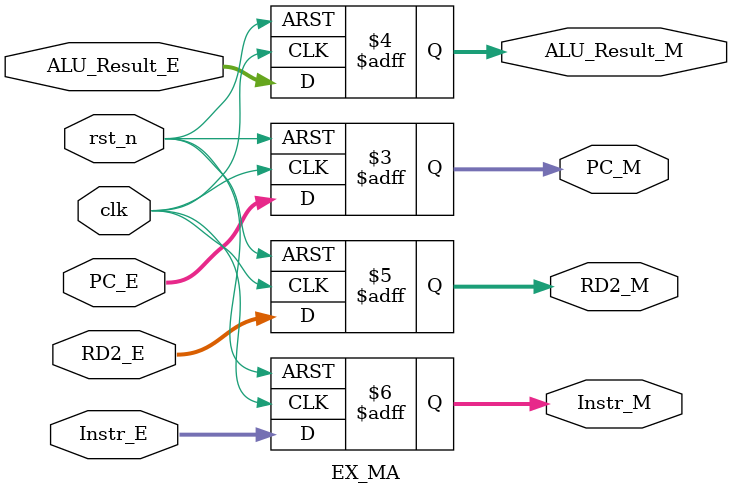
<source format=v>
module EX_MA(
  input clk,
  input rst_n,
  input [31:0] PC_E,
  input [31:0] ALU_Result_E, 
  input [31:0] RD2_E,
  input [31:0] Instr_E,
  output reg [31:0] PC_M,
  output reg [31:0] ALU_Result_M,
  output reg [31:0] RD2_M,
  output reg [31:0] Instr_M
);

always @( posedge clk or negedge rst_n ) begin 
  if (~rst_n) begin
    PC_M         <= 0;
    ALU_Result_M <= 0;
    RD2_M        <= 0; 
    Instr_M      <= 0;
  end

  else begin
    PC_M         <= PC_E;
    ALU_Result_M <= ALU_Result_E;
    RD2_M        <= RD2_E; 
    Instr_M      <= Instr_E;        
  end
end

endmodule
</source>
